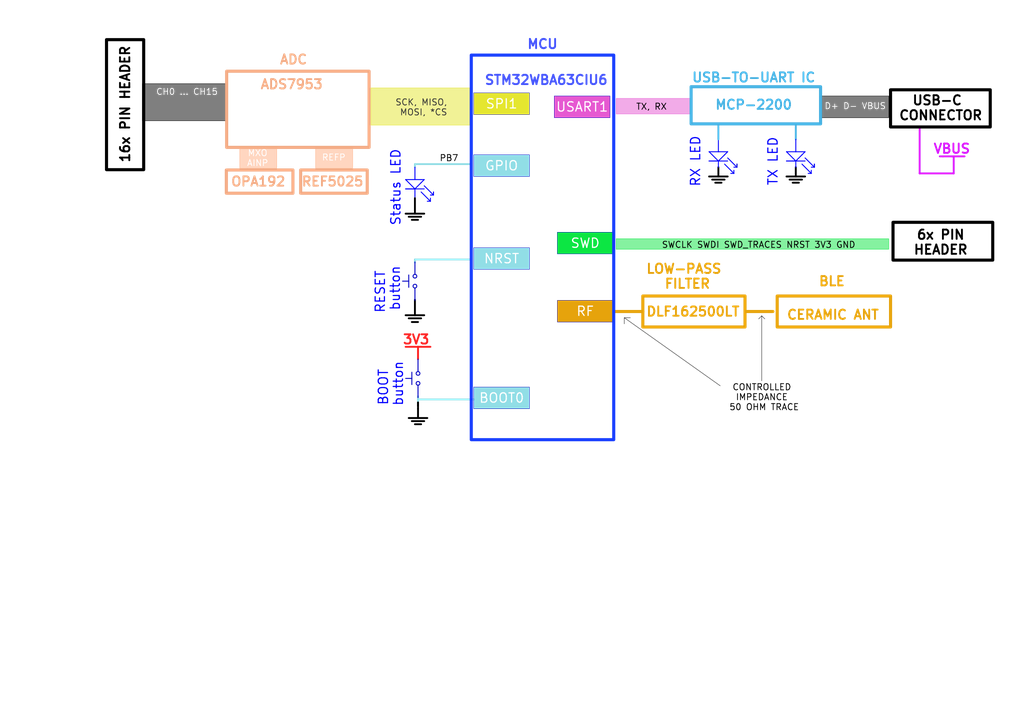
<source format=kicad_sch>
(kicad_sch
	(version 20250114)
	(generator "eeschema")
	(generator_version "9.0")
	(uuid "953b3d44-2252-4301-8968-b2704c508eaa")
	(paper "A3")
	(lib_symbols)
	(rectangle
		(start 129.413 60.706)
		(end 144.653 68.961)
		(stroke
			(width 0)
			(type solid)
			(color 255 179 139 0.54)
		)
		(fill
			(type color)
			(color 255 179 139 0.5411764706)
		)
		(uuid 05b943c5-9510-4117-8fe1-1ced92cc76a4)
	)
	(circle
		(center 170.18 113.284)
		(radius 0.762)
		(stroke
			(width 0.381)
			(type default)
		)
		(fill
			(type none)
		)
		(uuid 0bed48fd-2ef4-4d8a-9ac3-55b6a46954f9)
	)
	(rectangle
		(start 252.73 40.386)
		(end 283.464 46.736)
		(stroke
			(width 0)
			(type solid)
			(color 230 89 209 0.5)
		)
		(fill
			(type color)
			(color 230 89 209 0.5019607843)
		)
		(uuid 18180488-d80e-4e30-a222-b1220dc130b0)
	)
	(rectangle
		(start 366.268 91.186)
		(end 407.162 106.68)
		(stroke
			(width 1.27)
			(type solid)
			(color 0 0 0 1)
		)
		(fill
			(type none)
		)
		(uuid 1cf68674-8b41-4824-8b3a-15d4ab6c5f69)
	)
	(circle
		(center 171.45 153.162)
		(radius 0.762)
		(stroke
			(width 0.381)
			(type default)
		)
		(fill
			(type none)
		)
		(uuid 2936f663-8840-43b4-b4ac-d2ebeb0a0335)
	)
	(rectangle
		(start 58.42 34.29)
		(end 92.71 49.53)
		(stroke
			(width 0)
			(type solid)
			(color 0 0 0 0.5)
		)
		(fill
			(type color)
			(color 0 0 0 0.5)
		)
		(uuid 3a707abb-e75e-44c4-b226-8e078a6c5d34)
	)
	(rectangle
		(start 252.73 97.917)
		(end 364.49 102.235)
		(stroke
			(width 0)
			(type solid)
			(color 12 230 67 0.5)
		)
		(fill
			(type color)
			(color 12 230 67 0.5)
		)
		(uuid 45bf786d-c5fa-4070-b66a-bb25cdd4d3f3)
	)
	(rectangle
		(start 92.837 69.723)
		(end 120.142 79.248)
		(stroke
			(width 1.27)
			(type solid)
			(color 242 170 132 1)
		)
		(fill
			(type none)
		)
		(uuid 544c9a3a-b31d-432b-88f1-3f776f035721)
	)
	(rectangle
		(start 193.294 22.606)
		(end 251.714 180.34)
		(stroke
			(width 1.27)
			(type solid)
			(color 21 59 255 1)
		)
		(fill
			(type none)
		)
		(uuid 6eb85485-3be5-498c-9db1-d5b0dad500f7)
	)
	(rectangle
		(start 98.298 60.706)
		(end 113.538 68.961)
		(stroke
			(width 0)
			(type solid)
			(color 255 179 139 0.54)
		)
		(fill
			(type color)
			(color 255 179 139 0.5411764706)
		)
		(uuid 7d2c5759-1527-409d-a703-21a97bc80fb8)
	)
	(rectangle
		(start 336.804 39.37)
		(end 364.49 48.26)
		(stroke
			(width 0)
			(type solid)
			(color 0 0 0 0.5)
		)
		(fill
			(type color)
			(color 0 0 0 0.5)
		)
		(uuid 8f54796f-2dbc-4d47-a50d-b1a808994599)
	)
	(rectangle
		(start 263.652 121.412)
		(end 305.562 134.112)
		(stroke
			(width 1.27)
			(type solid)
			(color 230 163 12 1)
		)
		(fill
			(type none)
		)
		(uuid a41e0487-5d24-4a84-b5c4-9fc730a40b09)
	)
	(rectangle
		(start 152.146 36.068)
		(end 192.786 51.308)
		(stroke
			(width 0)
			(type solid)
			(color 229 230 47 0.5019607843)
		)
		(fill
			(type color)
			(color 229 230 47 0.5)
		)
		(uuid ad1e0854-792b-4512-8a85-bc46d2f4df63)
	)
	(rectangle
		(start 365.252 36.83)
		(end 406.146 52.07)
		(stroke
			(width 1.27)
			(type solid)
			(color 0 0 0 1)
		)
		(fill
			(type none)
		)
		(uuid b706ad93-8cac-460e-8bed-5afb17aa26f4)
	)
	(rectangle
		(start 92.964 29.21)
		(end 151.384 60.452)
		(stroke
			(width 1.27)
			(type solid)
			(color 242 170 132 1)
		)
		(fill
			(type none)
		)
		(uuid bb34c992-293e-4dd9-845a-6b5a82a072b6)
	)
	(rectangle
		(start 123.317 69.723)
		(end 150.622 79.248)
		(stroke
			(width 1.27)
			(type solid)
			(color 242 170 132 1)
		)
		(fill
			(type none)
		)
		(uuid d316608d-dabc-4b1d-809c-bd4eea605bfe)
	)
	(rectangle
		(start 43.688 16.256)
		(end 58.928 69.596)
		(stroke
			(width 1.27)
			(type solid)
			(color 0 0 0 1)
		)
		(fill
			(type none)
		)
		(uuid e0879c11-89b7-471e-8288-e05ee8b90a7c)
	)
	(rectangle
		(start 318.77 121.412)
		(end 365.252 134.112)
		(stroke
			(width 1.27)
			(type solid)
			(color 230 163 12 1)
		)
		(fill
			(type none)
		)
		(uuid e2b15a3e-1e77-42e5-b2cd-396886fcdcf5)
	)
	(rectangle
		(start 283.464 35.56)
		(end 336.55 50.8)
		(stroke
			(width 1.27)
			(type solid)
			(color 70 177 225 1)
		)
		(fill
			(type none)
		)
		(uuid e3b2ed2e-d405-45f5-8024-5e18bc7667fc)
	)
	(circle
		(center 171.45 157.226)
		(radius 0.762)
		(stroke
			(width 0.381)
			(type default)
		)
		(fill
			(type none)
		)
		(uuid e5081ff9-e95c-4f36-b852-0e168dd7b370)
	)
	(circle
		(center 170.18 117.348)
		(radius 0.762)
		(stroke
			(width 0.381)
			(type default)
		)
		(fill
			(type none)
		)
		(uuid fef7a281-3d59-4b5a-884c-20e3830db565)
	)
	(text "6x PIN\nHEADER"
		(exclude_from_sim no)
		(at 385.826 99.568 0)
		(effects
			(font
				(size 3.81 3.81)
				(thickness 0.762)
				(bold yes)
				(color 0 0 0 1)
			)
		)
		(uuid "0f9cd14e-e3c1-42b5-944e-c7b927cfa1f6")
	)
	(text "MCP-2200"
		(exclude_from_sim no)
		(at 309.118 43.18 0)
		(effects
			(font
				(size 3.81 3.81)
				(thickness 0.762)
				(bold yes)
				(color 70 177 225 1)
			)
		)
		(uuid "1868b456-6d31-41cf-855c-709894f49fb5")
	)
	(text "MXO\nAINP"
		(exclude_from_sim no)
		(at 105.664 65.024 0)
		(effects
			(font
				(size 2.54 2.54)
				(thickness 0.3175)
				(color 255 255 255 1)
			)
		)
		(uuid "2b7b281d-7883-43fc-a21f-ebc86125b484")
	)
	(text "CH0 ... CH15"
		(exclude_from_sim no)
		(at 76.708 37.846 0)
		(effects
			(font
				(size 2.54 2.54)
				(thickness 0.3175)
				(color 255 255 255 1)
			)
		)
		(uuid "2bab32f6-5bb9-464a-94bd-03a57a300834")
	)
	(text "PB7\n"
		(exclude_from_sim no)
		(at 184.15 65.024 0)
		(effects
			(font
				(size 2.54 2.54)
				(thickness 0.3175)
				(color 0 0 0 1)
			)
		)
		(uuid "374f0896-628d-4848-8ef2-6fc95f9a9d30")
	)
	(text "3V3"
		(exclude_from_sim no)
		(at 170.688 139.446 0)
		(effects
			(font
				(size 3.81 3.81)
				(thickness 0.762)
				(bold yes)
				(color 255 30 30 1)
			)
		)
		(uuid "38dae513-a774-4014-b537-9bf8533dceab")
	)
	(text "CONTROLLED \nIMPEDANCE \n50 OHM TRACE"
		(exclude_from_sim no)
		(at 313.436 163.068 0)
		(effects
			(font
				(size 2.54 2.54)
				(thickness 0.3175)
				(color 0 0 0 1)
			)
		)
		(uuid "4029efd1-fc5f-4af7-a035-5ad2278bdb10")
	)
	(text "USB-C \nCONNECTOR"
		(exclude_from_sim no)
		(at 385.826 44.45 0)
		(effects
			(font
				(size 3.81 3.81)
				(thickness 0.762)
				(bold yes)
				(color 0 0 0 1)
			)
		)
		(uuid "415dcb8d-934c-4d1f-af4a-27b3680ea0fb")
	)
	(text "RESET \nbutton"
		(exclude_from_sim no)
		(at 159.004 118.364 90)
		(effects
			(font
				(size 3.81 3.81)
				(thickness 0.4763)
				(color 2 0 255 1)
			)
		)
		(uuid "54ba92f7-6fdd-4cfa-9be8-b7bbc37633ac")
	)
	(text "16x PIN HEADER"
		(exclude_from_sim no)
		(at 51.308 42.926 90)
		(effects
			(font
				(size 3.81 3.81)
				(thickness 0.762)
				(bold yes)
				(color 0 0 0 1)
			)
		)
		(uuid "6244d4c7-07a7-4d4f-a1b9-dd001a22e0f7")
	)
	(text "SCK, MISO, \nMOSI, *CS"
		(exclude_from_sim no)
		(at 173.736 44.196 0)
		(effects
			(font
				(size 2.54 2.54)
				(thickness 0.3175)
				(color 55 55 55 1)
			)
		)
		(uuid "6834193e-bdc4-4d5f-b681-de62225aff13")
	)
	(text "TX LED"
		(exclude_from_sim no)
		(at 316.992 66.294 90)
		(effects
			(font
				(size 3.81 3.81)
				(thickness 0.4763)
				(color 2 0 255 1)
			)
		)
		(uuid "6b97f834-ff18-47c5-99b1-9af07672e9b3")
	)
	(text "REF5025"
		(exclude_from_sim no)
		(at 136.398 74.676 0)
		(effects
			(font
				(size 3.81 3.81)
				(thickness 0.762)
				(bold yes)
				(color 242 170 132 1)
			)
		)
		(uuid "74719943-2e97-4a4a-9728-3a6f31e7de56")
	)
	(text "BLE \n"
		(exclude_from_sim no)
		(at 342.646 115.57 0)
		(effects
			(font
				(size 3.81 3.81)
				(thickness 0.762)
				(bold yes)
				(color 230 163 12 1)
			)
		)
		(uuid "82b59635-c317-48a2-936f-d45261e6a347")
	)
	(text "RX LED"
		(exclude_from_sim no)
		(at 285.242 66.294 90)
		(effects
			(font
				(size 3.81 3.81)
				(thickness 0.4763)
				(color 2 0 255 1)
			)
		)
		(uuid "892c71e0-3cd7-4b94-88c3-f6cefaa236cd")
	)
	(text "SWCLK SWDI SWD_TRACES NRST 3V3 GND"
		(exclude_from_sim no)
		(at 311.15 100.584 0)
		(effects
			(font
				(size 2.54 2.54)
				(thickness 0.3175)
				(color 0 0 0 1)
			)
		)
		(uuid "8f48d81b-9d0b-4b57-82f5-7d6d65a3f98d")
	)
	(text "DLF162500LT"
		(exclude_from_sim no)
		(at 284.226 128.016 0)
		(effects
			(font
				(size 3.81 3.81)
				(thickness 0.762)
				(bold yes)
				(color 230 163 12 1)
			)
		)
		(uuid "917572fd-ed18-4d68-ba27-54aacbd043ff")
	)
	(text "OPA192"
		(exclude_from_sim no)
		(at 105.918 74.676 0)
		(effects
			(font
				(size 3.81 3.81)
				(thickness 0.762)
				(bold yes)
				(color 242 170 132 1)
			)
		)
		(uuid "9c42b9ce-6373-4123-909a-ae0ca18d8137")
	)
	(text "MCU"
		(exclude_from_sim no)
		(at 222.504 18.288 0)
		(effects
			(font
				(size 3.81 3.81)
				(thickness 0.762)
				(bold yes)
				(color 67 83 255 1)
			)
		)
		(uuid "a56d7e91-449d-427d-888a-ae830bf461e2")
	)
	(text "\n\nCERAMIC ANT\n"
		(exclude_from_sim no)
		(at 341.63 123.19 0)
		(effects
			(font
				(size 3.81 3.81)
				(thickness 0.762)
				(bold yes)
				(color 230 163 12 1)
			)
		)
		(uuid "b3ea73a6-b280-4f03-a2d8-41438e12585a")
	)
	(text "USB-TO-UART IC"
		(exclude_from_sim no)
		(at 309.118 32.004 0)
		(effects
			(font
				(size 3.81 3.81)
				(thickness 0.762)
				(bold yes)
				(color 70 177 225 1)
			)
		)
		(uuid "b71795db-12d5-409f-a23b-80e7951f6cc7")
	)
	(text "TX, RX"
		(exclude_from_sim no)
		(at 267.208 43.942 0)
		(effects
			(font
				(size 2.54 2.54)
				(thickness 0.3175)
				(color 0 0 0 1)
			)
		)
		(uuid "bfe31c3d-af58-419e-b3fc-3b13c60a1553")
	)
	(text "BOOT \nbutton"
		(exclude_from_sim no)
		(at 160.274 157.48 90)
		(effects
			(font
				(size 3.81 3.81)
				(thickness 0.4763)
				(color 2 0 255 1)
			)
		)
		(uuid "c3f99ae0-7be6-4a69-a4fe-0c880be3d4b5")
	)
	(text "D+ D- VBUS"
		(exclude_from_sim no)
		(at 350.774 43.688 0)
		(effects
			(font
				(size 2.54 2.54)
				(thickness 0.3175)
				(color 255 255 255 1)
			)
		)
		(uuid "d9ac16ab-d72c-452b-a5f2-b6616dca6ec3")
	)
	(text "ADC"
		(exclude_from_sim no)
		(at 120.396 24.638 0)
		(effects
			(font
				(size 3.81 3.81)
				(thickness 0.762)
				(bold yes)
				(color 242 170 132 1)
			)
		)
		(uuid "e0a9aace-4320-4d82-a00f-d1a559b9ea9e")
	)
	(text "VBUS"
		(exclude_from_sim no)
		(at 390.398 61.214 0)
		(effects
			(font
				(size 3.81 3.81)
				(thickness 0.762)
				(bold yes)
				(color 212 20 255 1)
			)
		)
		(uuid "e2809aa6-c6d1-4a50-b969-69b6f1086e27")
	)
	(text "STM32WBA63CIU6"
		(exclude_from_sim no)
		(at 224.028 33.02 0)
		(effects
			(font
				(size 3.81 3.81)
				(thickness 0.762)
				(bold yes)
				(color 67 83 255 1)
			)
		)
		(uuid "e2aa7ab9-ea17-40a2-b03b-22bf0ebcf3af")
	)
	(text "LOW-PASS \nFILTER"
		(exclude_from_sim no)
		(at 281.94 113.538 0)
		(effects
			(font
				(size 3.81 3.81)
				(thickness 0.762)
				(bold yes)
				(color 230 163 12 1)
			)
		)
		(uuid "e83031ab-d7dc-4c26-86d9-1db5d878cbde")
	)
	(text "REFP"
		(exclude_from_sim no)
		(at 136.906 64.77 0)
		(effects
			(font
				(size 2.54 2.54)
				(thickness 0.3175)
				(color 255 255 255 1)
			)
		)
		(uuid "e940ef94-c260-4c5d-8d16-fe526bcfc9a0")
	)
	(text "Status LED"
		(exclude_from_sim no)
		(at 162.306 76.962 90)
		(effects
			(font
				(size 3.81 3.81)
				(thickness 0.4763)
				(color 2 0 255 1)
			)
		)
		(uuid "f2d1a0b3-a588-4e50-94f2-8a1e3815856c")
	)
	(text "ADS7953"
		(exclude_from_sim no)
		(at 119.634 34.798 0)
		(effects
			(font
				(size 3.81 3.81)
				(thickness 0.762)
				(bold yes)
				(color 242 170 132 1)
			)
		)
		(uuid "f69d30d4-00c4-4172-a2cb-6d8b7e2575e0")
	)
	(text_box "SWD"
		(exclude_from_sim no)
		(at 228.6 95.25 0)
		(size 22.86 8.89)
		(margins 0.9525 0.9525 0.9525 0.9525)
		(stroke
			(width 0)
			(type solid)
		)
		(fill
			(type color)
			(color 12 230 67 1)
		)
		(effects
			(font
				(size 3.81 3.81)
				(thickness 0.4763)
				(color 255 255 255 1)
			)
		)
		(uuid "2f34631c-003a-4524-8b58-5af522d85ee0")
	)
	(text_box "RF"
		(exclude_from_sim no)
		(at 228.6 123.19 0)
		(size 22.86 8.89)
		(margins 0.9525 0.9525 0.9525 0.9525)
		(stroke
			(width 0)
			(type solid)
		)
		(fill
			(type color)
			(color 230 163 12 1)
		)
		(effects
			(font
				(size 3.81 3.81)
				(thickness 0.4763)
				(color 255 255 255 1)
			)
		)
		(uuid "600826f9-9194-40e5-ba5c-2903321fe76e")
	)
	(text_box "SPI1"
		(exclude_from_sim no)
		(at 194.31 38.1 0)
		(size 22.86 8.89)
		(margins 0.9525 0.9525 0.9525 0.9525)
		(stroke
			(width 0)
			(type solid)
		)
		(fill
			(type color)
			(color 229 230 47 1)
		)
		(effects
			(font
				(size 3.81 3.81)
				(thickness 0.4763)
				(color 255 255 255 1)
			)
		)
		(uuid "6a085e96-29ea-4179-a75c-bd0bd80d1268")
	)
	(text_box "GPIO"
		(exclude_from_sim no)
		(at 194.31 63.5 0)
		(size 22.86 8.89)
		(margins 0.9525 0.9525 0.9525 0.9525)
		(stroke
			(width 0)
			(type solid)
		)
		(fill
			(type color)
			(color 145 222 230 1)
		)
		(effects
			(font
				(size 3.81 3.81)
				(thickness 0.4763)
				(color 255 255 255 1)
			)
		)
		(uuid "6e74f86a-0c73-4700-b262-174974e0aac6")
	)
	(text_box "BOOT0"
		(exclude_from_sim no)
		(at 194.31 158.75 0)
		(size 22.86 8.89)
		(margins 0.9525 0.9525 0.9525 0.9525)
		(stroke
			(width 0)
			(type solid)
		)
		(fill
			(type color)
			(color 145 222 230 1)
		)
		(effects
			(font
				(size 3.81 3.81)
				(thickness 0.4763)
				(color 255 255 255 1)
			)
		)
		(uuid "862930fa-e5b8-490c-9eb1-7848ad48b03d")
	)
	(text_box "USART1"
		(exclude_from_sim no)
		(at 227.33 39.37 0)
		(size 22.86 8.89)
		(margins 0.9525 0.9525 0.9525 0.9525)
		(stroke
			(width 0)
			(type solid)
		)
		(fill
			(type color)
			(color 230 89 209 1)
		)
		(effects
			(font
				(size 3.81 3.81)
				(thickness 0.4763)
				(color 255 255 255 1)
			)
		)
		(uuid "97c00ad2-eeeb-4f4e-a8f2-dacb7a33d92f")
	)
	(text_box "NRST"
		(exclude_from_sim no)
		(at 194.31 101.6 0)
		(size 22.86 8.89)
		(margins 0.9525 0.9525 0.9525 0.9525)
		(stroke
			(width 0)
			(type solid)
		)
		(fill
			(type color)
			(color 145 222 230 1)
		)
		(effects
			(font
				(size 3.81 3.81)
				(thickness 0.4763)
				(color 255 255 255 1)
			)
		)
		(uuid "ab78fe6d-7285-4b2a-9bb1-d9ac720de9f7")
	)
	(polyline
		(pts
			(xy 166.37 142.24) (xy 176.53 142.24)
		)
		(stroke
			(width 0.762)
			(type default)
			(color 255 30 30 1)
		)
		(uuid "033a2090-28bf-4df7-a910-b56ce1bc640a")
	)
	(polyline
		(pts
			(xy 167.64 117.856) (xy 167.64 112.776)
		)
		(stroke
			(width 0.381)
			(type default)
		)
		(uuid "080b5e8b-d498-43f9-9723-8a992b324244")
	)
	(polyline
		(pts
			(xy 326.39 62.23) (xy 330.2 62.23)
		)
		(stroke
			(width 0.381)
			(type solid)
			(color 2 0 255 1)
		)
		(uuid "0fe7eb09-aaf0-4a10-b5ed-c3d5bec6cfd3")
	)
	(polyline
		(pts
			(xy 334.01 67.31) (xy 334.01 68.58)
		)
		(stroke
			(width 0.381)
			(type solid)
			(color 2 0 255 1)
		)
		(uuid "12ec585a-f9f5-4547-b5e8-01c02d1b7c4a")
	)
	(polyline
		(pts
			(xy 294.64 66.04) (xy 294.64 68.58)
		)
		(stroke
			(width 0.381)
			(type solid)
			(color 2 0 255 1)
		)
		(uuid "1349c7ae-ef26-4ed7-95ec-34dfaca731f5")
	)
	(polyline
		(pts
			(xy 175.26 82.55) (xy 176.53 82.55)
		)
		(stroke
			(width 0.381)
			(type solid)
			(color 2 0 255 1)
		)
		(uuid "17858ab0-8752-4869-be27-1daef4542634")
	)
	(polyline
		(pts
			(xy 170.18 112.522) (xy 170.18 107.442)
		)
		(stroke
			(width 0.381)
			(type default)
		)
		(uuid "1df8cfeb-1b18-4437-82ac-4e11043fb9aa")
	)
	(polyline
		(pts
			(xy 176.53 80.01) (xy 177.8 80.01)
		)
		(stroke
			(width 0.381)
			(type solid)
			(color 2 0 255 1)
		)
		(uuid "1ec714d2-3596-4604-bb92-10126acfaa34")
	)
	(polyline
		(pts
			(xy 170.18 173.99) (xy 172.72 173.99)
		)
		(stroke
			(width 0.762)
			(type default)
			(color 0 0 0 1)
		)
		(uuid "1f61d522-b5e2-4c44-be97-fe155d2a75f6")
	)
	(polyline
		(pts
			(xy 326.39 66.04) (xy 322.58 62.23)
		)
		(stroke
			(width 0.381)
			(type solid)
			(color 2 0 255 1)
		)
		(uuid "214ead9f-bc2d-4da9-978e-0a5988c5140b")
	)
	(polyline
		(pts
			(xy 322.58 66.04) (xy 330.2 66.04)
		)
		(stroke
			(width 0.381)
			(type solid)
			(color 2 0 255 1)
		)
		(uuid "2965f548-8e74-4401-8765-ef6fac5a365a")
	)
	(polyline
		(pts
			(xy 170.18 77.47) (xy 172.72 74.93)
		)
		(stroke
			(width 0.381)
			(type solid)
			(color 2 0 255 1)
		)
		(uuid "2a18c7a4-cee3-4a28-8908-e96bd10ffce4")
	)
	(polyline
		(pts
			(xy 193.04 67.31) (xy 170.18 67.31)
		)
		(stroke
			(width 0.762)
			(type default)
			(color 145 222 230 1)
		)
		(uuid "2a5bbd7b-e4d0-48fd-b32e-a09b6bd7676a")
	)
	(polyline
		(pts
			(xy 312.42 156.21) (xy 312.42 129.54)
		)
		(stroke
			(width 0)
			(type default)
			(color 0 0 0 1)
		)
		(uuid "3191489d-566a-4cd5-b965-c2e4dfab3f94")
	)
	(polyline
		(pts
			(xy 300.99 69.85) (xy 300.99 71.12)
		)
		(stroke
			(width 0.381)
			(type solid)
			(color 2 0 255 1)
		)
		(uuid "31aeb45e-550a-4a60-8145-a251a7323407")
	)
	(polyline
		(pts
			(xy 294.64 68.58) (xy 294.64 72.39)
		)
		(stroke
			(width 0.762)
			(type default)
			(color 0 0 0 1)
		)
		(uuid "36233806-94ab-462d-9ab6-60c6f6be731e")
	)
	(polyline
		(pts
			(xy 171.45 163.83) (xy 194.31 163.83)
		)
		(stroke
			(width 0.762)
			(type default)
			(color 145 222 230 1)
		)
		(uuid "3640752b-70f3-41df-bae4-a04f2ace4e3c")
	)
	(polyline
		(pts
			(xy 166.37 77.47) (xy 170.18 77.47)
		)
		(stroke
			(width 0.381)
			(type solid)
			(color 2 0 255 1)
		)
		(uuid "3793c4ee-ee74-44f6-9a21-fb66757a9705")
	)
	(polyline
		(pts
			(xy 323.85 73.66) (xy 328.93 73.66)
		)
		(stroke
			(width 0.762)
			(type default)
			(color 0 0 0 1)
		)
		(uuid "38d306d7-e355-4614-a23e-d5f2ab91b705")
	)
	(polyline
		(pts
			(xy 326.39 66.04) (xy 328.93 63.5)
		)
		(stroke
			(width 0.381)
			(type solid)
			(color 2 0 255 1)
		)
		(uuid "3902fd1e-afd3-4487-b92a-3ad0477b656d")
	)
	(polyline
		(pts
			(xy 302.26 67.31) (xy 302.26 68.58)
		)
		(stroke
			(width 0.381)
			(type solid)
			(color 2 0 255 1)
		)
		(uuid "394a219d-0021-4a93-87e3-54bb95511713")
	)
	(polyline
		(pts
			(xy 256.032 130.302) (xy 295.402 158.242)
		)
		(stroke
			(width 0)
			(type default)
			(color 0 0 0 1)
		)
		(uuid "39b1fd1e-f460-4c15-bce9-be4005fcc8c8")
	)
	(polyline
		(pts
			(xy 165.1 115.316) (xy 167.64 115.316)
		)
		(stroke
			(width 0.381)
			(type default)
		)
		(uuid "3a6f3424-8852-4ce4-8196-c7142e1586d4")
	)
	(polyline
		(pts
			(xy 328.93 67.31) (xy 332.74 71.12)
		)
		(stroke
			(width 0.381)
			(type solid)
			(color 2 0 255 1)
		)
		(uuid "3bcbfa2e-cd2e-4dfe-a161-d4a9b6777382")
	)
	(polyline
		(pts
			(xy 377.19 52.07) (xy 377.19 71.12)
		)
		(stroke
			(width 0.762)
			(type default)
			(color 212 20 255 1)
		)
		(uuid "3ca2b41a-9de3-485c-bcb4-c4aa9e0967e4")
	)
	(polyline
		(pts
			(xy 256.032 130.302) (xy 258.572 130.302)
		)
		(stroke
			(width 0)
			(type default)
			(color 0 0 0 1)
		)
		(uuid "44603e8e-f781-43f7-a98f-25b632cbb2cf")
	)
	(polyline
		(pts
			(xy 377.19 71.12) (xy 391.16 71.12)
		)
		(stroke
			(width 0.762)
			(type default)
			(color 212 20 255 1)
		)
		(uuid "47fc32d8-29e1-49f8-9de0-1c95694d8ad1")
	)
	(polyline
		(pts
			(xy 171.45 162.56) (xy 171.45 163.83)
		)
		(stroke
			(width 0.762)
			(type default)
			(color 145 222 230 1)
		)
		(uuid "4b423618-0c4c-4820-9752-406eb2c52a13")
	)
	(polyline
		(pts
			(xy 331.47 71.12) (xy 332.74 71.12)
		)
		(stroke
			(width 0.381)
			(type solid)
			(color 2 0 255 1)
		)
		(uuid "4d742bfe-b45f-45cf-89b8-dee397b4b616")
	)
	(polyline
		(pts
			(xy 294.64 50.8) (xy 294.64 57.15)
		)
		(stroke
			(width 0.762)
			(type default)
			(color 70 177 225 1)
		)
		(uuid "4e4276a6-d991-44e7-ad04-b4daa893457c")
	)
	(polyline
		(pts
			(xy 173.99 76.2) (xy 177.8 80.01)
		)
		(stroke
			(width 0.381)
			(type solid)
			(color 2 0 255 1)
		)
		(uuid "4e4dc86c-0d54-490b-b1c1-85e6305c371a")
	)
	(polyline
		(pts
			(xy 171.45 165.1) (xy 171.45 166.37)
		)
		(stroke
			(width 0.762)
			(type default)
			(color 0 0 0 1)
		)
		(uuid "4ee19512-a053-4859-8578-a02ad0457127")
	)
	(polyline
		(pts
			(xy 168.91 90.17) (xy 171.45 90.17)
		)
		(stroke
			(width 0.762)
			(type default)
			(color 0 0 0 1)
		)
		(uuid "4ffa1979-cdde-4db3-8bcb-17c9b9dc5431")
	)
	(polyline
		(pts
			(xy 167.64 130.556) (xy 172.72 130.556)
		)
		(stroke
			(width 0.762)
			(type default)
			(color 0 0 0 1)
		)
		(uuid "515f9589-327d-47fc-820b-4ffb81f005f0")
	)
	(polyline
		(pts
			(xy 326.39 50.8) (xy 326.39 57.15)
		)
		(stroke
			(width 0.762)
			(type default)
			(color 70 177 225 1)
		)
		(uuid "533082f3-eab2-4417-b5dd-df4c5bdaa9b7")
	)
	(polyline
		(pts
			(xy 290.83 72.39) (xy 298.45 72.39)
		)
		(stroke
			(width 0.762)
			(type default)
			(color 0 0 0 1)
		)
		(uuid "56d709b4-12dc-4640-83a8-fefef241e4fc")
	)
	(polyline
		(pts
			(xy 170.18 77.47) (xy 166.37 73.66)
		)
		(stroke
			(width 0.381)
			(type solid)
			(color 2 0 255 1)
		)
		(uuid "5706492f-6337-4abd-beff-436c5e8c7abe")
	)
	(polyline
		(pts
			(xy 177.8 78.74) (xy 177.8 80.01)
		)
		(stroke
			(width 0.381)
			(type solid)
		)
		(uuid "58c6cd80-22b1-41fb-a460-58a08a6fdb64")
	)
	(polyline
		(pts
			(xy 170.18 106.426) (xy 170.18 107.696)
		)
		(stroke
			(width 0.762)
			(type default)
			(color 145 222 230 1)
		)
		(uuid "5a6d1dc9-b37f-46ba-80ad-0c80bdc9067d")
	)
	(polyline
		(pts
			(xy 298.45 64.77) (xy 302.26 68.58)
		)
		(stroke
			(width 0.381)
			(type solid)
			(color 2 0 255 1)
		)
		(uuid "5aa8ad9a-4dc4-4f30-b33f-9cf49b1edebb")
	)
	(polyline
		(pts
			(xy 391.16 71.12) (xy 391.16 64.135)
		)
		(stroke
			(width 0.762)
			(type default)
			(color 212 20 255 1)
		)
		(uuid "604d6e98-4829-4271-9400-5cf3e7396581")
	)
	(polyline
		(pts
			(xy 332.74 68.58) (xy 334.01 68.58)
		)
		(stroke
			(width 0.381)
			(type solid)
			(color 2 0 255 1)
		)
		(uuid "613595ec-8820-487c-b603-578edaee2d51")
	)
	(polyline
		(pts
			(xy 332.74 69.85) (xy 332.74 71.12)
		)
		(stroke
			(width 0.381)
			(type solid)
			(color 2 0 255 1)
		)
		(uuid "62a75e4c-ae61-4a69-b7a7-dc954ccae588")
	)
	(polyline
		(pts
			(xy 171.45 147.32) (xy 171.45 142.24)
		)
		(stroke
			(width 0.762)
			(type default)
			(color 255 30 30 1)
		)
		(uuid "66dd000a-27dd-48a1-b491-c8b7c4c7f88e")
	)
	(polyline
		(pts
			(xy 290.83 62.23) (xy 294.64 62.23)
		)
		(stroke
			(width 0.381)
			(type solid)
			(color 2 0 255 1)
		)
		(uuid "6786af45-845f-4dc8-8f9a-d8db7750f23b")
	)
	(polyline
		(pts
			(xy 171.45 163.83) (xy 171.45 165.1)
		)
		(stroke
			(width 0.762)
			(type default)
			(color 145 222 230 1)
		)
		(uuid "67fe9eef-efd8-41d1-a3c6-42dfd82e1b19")
	)
	(polyline
		(pts
			(xy 294.64 57.15) (xy 294.64 62.23)
		)
		(stroke
			(width 0.381)
			(type solid)
			(color 2 0 255 1)
		)
		(uuid "6bd47f6e-7ae9-47f0-989e-13f958a1676c")
	)
	(polyline
		(pts
			(xy 322.58 66.04) (xy 326.39 66.04)
		)
		(stroke
			(width 0.381)
			(type solid)
			(color 2 0 255 1)
		)
		(uuid "6d4d75c5-ebd2-4607-b72d-9e2c7b13ac5b")
	)
	(polyline
		(pts
			(xy 297.18 67.31) (xy 300.99 71.12)
		)
		(stroke
			(width 0.381)
			(type solid)
			(color 2 0 255 1)
		)
		(uuid "6f1bedf6-bbb7-49d0-b8cb-9b87144d63e6")
	)
	(polyline
		(pts
			(xy 168.91 172.72) (xy 173.99 172.72)
		)
		(stroke
			(width 0.762)
			(type default)
			(color 0 0 0 1)
		)
		(uuid "6f646c93-ebae-45a9-8715-6a27ec9ef45b")
	)
	(polyline
		(pts
			(xy 328.93 63.5) (xy 330.2 62.23)
		)
		(stroke
			(width 0.381)
			(type solid)
			(color 2 0 255 1)
		)
		(uuid "746c0aa4-93b9-4456-9760-7d70e03cae02")
	)
	(polyline
		(pts
			(xy 172.72 74.93) (xy 173.99 73.66)
		)
		(stroke
			(width 0.381)
			(type solid)
			(color 2 0 255 1)
		)
		(uuid "79f9ae02-ee29-420d-8d6f-e65c22754b38")
	)
	(polyline
		(pts
			(xy 390.525 64.135) (xy 395.605 64.135)
		)
		(stroke
			(width 0.762)
			(type default)
			(color 212 20 255 1)
		)
		(uuid "7ab065bf-1520-49de-8f9f-f8987f185a25")
	)
	(polyline
		(pts
			(xy 292.1 73.66) (xy 297.18 73.66)
		)
		(stroke
			(width 0.762)
			(type default)
			(color 0 0 0 1)
		)
		(uuid "7e4c96db-8c28-42a3-b8d6-685b45673d55")
	)
	(polyline
		(pts
			(xy 252.222 127.762) (xy 263.652 127.762)
		)
		(stroke
			(width 1.27)
			(type solid)
			(color 230 163 12 1)
		)
		(uuid "82db72ee-ab8b-4680-b79c-69895ddd17d9")
	)
	(polyline
		(pts
			(xy 168.91 132.08) (xy 171.45 132.08)
		)
		(stroke
			(width 0.762)
			(type default)
			(color 0 0 0 1)
		)
		(uuid "845a5290-50c5-4d2e-85cf-acebfb8e3fd1")
	)
	(polyline
		(pts
			(xy 176.53 81.28) (xy 176.53 82.55)
		)
		(stroke
			(width 0.381)
			(type solid)
			(color 2 0 255 1)
		)
		(uuid "86cde0f4-a75a-47d2-9315-be45a8563757")
	)
	(polyline
		(pts
			(xy 297.18 63.5) (xy 298.45 62.23)
		)
		(stroke
			(width 0.381)
			(type solid)
			(color 2 0 255 1)
		)
		(uuid "878817c7-25f6-4e9a-a437-b0e8ad662e62")
	)
	(polyline
		(pts
			(xy 385.445 64.135) (xy 386.715 64.135)
		)
		(stroke
			(width 0.762)
			(type default)
			(color 212 20 255 1)
		)
		(uuid "89a4f0d3-f2b2-4f0e-91c5-e991f20151e4")
	)
	(polyline
		(pts
			(xy 166.37 155.194) (xy 168.91 155.194)
		)
		(stroke
			(width 0.381)
			(type default)
		)
		(uuid "8a8d76ed-b872-4e2c-8ba2-8ac8858f6b37")
	)
	(polyline
		(pts
			(xy 170.18 81.28) (xy 170.18 87.63)
		)
		(stroke
			(width 0.762)
			(type default)
			(color 0 0 0 1)
		)
		(uuid "8b4802a4-d854-4b61-a95b-771d679e2f17")
	)
	(polyline
		(pts
			(xy 171.45 166.37) (xy 171.45 165.1)
		)
		(stroke
			(width 0.762)
			(type default)
			(color 0 0 0 1)
		)
		(uuid "8bb6cb9c-bd49-4422-86f4-5a060397828b")
	)
	(polyline
		(pts
			(xy 177.8 78.74) (xy 177.8 80.01)
		)
		(stroke
			(width 0.381)
			(type solid)
			(color 2 0 255 1)
		)
		(uuid "8c8e077b-c8cf-4df7-a0d6-75ad4522b8b9")
	)
	(polyline
		(pts
			(xy 322.58 62.23) (xy 326.39 62.23)
		)
		(stroke
			(width 0.381)
			(type solid)
			(color 2 0 255 1)
		)
		(uuid "9cb18a58-d6cc-47ad-90da-5c999b9675f6")
	)
	(polyline
		(pts
			(xy 172.72 78.74) (xy 176.53 82.55)
		)
		(stroke
			(width 0.381)
			(type solid)
			(color 2 0 255 1)
		)
		(uuid "9dc23664-3b82-4a5a-a808-23b9db7f822a")
	)
	(polyline
		(pts
			(xy 168.91 157.734) (xy 168.91 152.654)
		)
		(stroke
			(width 0.381)
			(type default)
		)
		(uuid "a27e6877-cc35-47bf-885d-72e14b228c5d")
	)
	(polyline
		(pts
			(xy 171.45 167.64) (xy 171.45 171.45)
		)
		(stroke
			(width 0.762)
			(type default)
			(color 0 0 0 1)
		)
		(uuid "a40290b4-0275-4be0-8dd2-df241ed84134")
	)
	(polyline
		(pts
			(xy 166.37 73.66) (xy 170.18 73.66)
		)
		(stroke
			(width 0.381)
			(type solid)
			(color 2 0 255 1)
		)
		(uuid "aabb9cd8-6ff3-4bbc-80c5-7e3096315636")
	)
	(polyline
		(pts
			(xy 171.45 152.4) (xy 171.45 147.32)
		)
		(stroke
			(width 0.381)
			(type default)
		)
		(uuid "ad4d588f-4175-471e-8bb3-e92f05772081")
	)
	(polyline
		(pts
			(xy 311.15 130.81) (xy 312.42 129.54)
		)
		(stroke
			(width 0)
			(type default)
			(color 0 0 0 1)
		)
		(uuid "ae49a59e-fed0-4e91-a350-7526b7797e8e")
	)
	(polyline
		(pts
			(xy 166.37 87.63) (xy 173.99 87.63)
		)
		(stroke
			(width 0.762)
			(type default)
			(color 0 0 0 1)
		)
		(uuid "b2e74059-3ec6-473f-b5f5-5bf53b6fc498")
	)
	(polyline
		(pts
			(xy 294.64 62.23) (xy 298.45 62.23)
		)
		(stroke
			(width 0.381)
			(type solid)
			(color 2 0 255 1)
		)
		(uuid "b4ac90f9-813f-4e17-8e2c-8025f9601241")
	)
	(polyline
		(pts
			(xy 305.562 127.762) (xy 316.992 127.762)
		)
		(stroke
			(width 1.27)
			(type solid)
			(color 230 163 12 1)
		)
		(uuid "b59a269e-ddb1-4e13-bd57-efc3e9155f94")
	)
	(polyline
		(pts
			(xy 170.18 122.936) (xy 170.18 129.286)
		)
		(stroke
			(width 0.762)
			(type default)
			(color 0 0 0 1)
		)
		(uuid "b5d87bf7-da1d-43b1-8bd8-61e4c1890a64")
	)
	(polyline
		(pts
			(xy 167.64 88.9) (xy 172.72 88.9)
		)
		(stroke
			(width 0.762)
			(type default)
			(color 0 0 0 1)
		)
		(uuid "be2e431e-aed5-4d4a-bade-87399964781b")
	)
	(polyline
		(pts
			(xy 326.39 68.58) (xy 326.39 72.39)
		)
		(stroke
			(width 0.762)
			(type default)
			(color 0 0 0 1)
		)
		(uuid "c0d37704-5673-4ded-aa2e-270c2c54f221")
	)
	(polyline
		(pts
			(xy 290.83 66.04) (xy 294.64 66.04)
		)
		(stroke
			(width 0.381)
			(type solid)
			(color 2 0 255 1)
		)
		(uuid "c19d60e4-c38b-4e9a-88f3-ad9be027c338")
	)
	(polyline
		(pts
			(xy 171.45 166.37) (xy 171.45 167.64)
		)
		(stroke
			(width 0.762)
			(type default)
			(color 0 0 0 1)
		)
		(uuid "c205ff28-9e1c-4a1f-91c5-94643fb8d229")
	)
	(polyline
		(pts
			(xy 290.83 66.04) (xy 298.45 66.04)
		)
		(stroke
			(width 0.381)
			(type solid)
			(color 2 0 255 1)
		)
		(uuid "c43a61e2-aa6b-4e05-aa06-815a4046989f")
	)
	(polyline
		(pts
			(xy 170.18 106.426) (xy 193.04 106.426)
		)
		(stroke
			(width 0.762)
			(type default)
			(color 145 222 230 1)
		)
		(uuid "c9baa52f-b0c9-4bed-99c2-88e2843e3ab1")
	)
	(polyline
		(pts
			(xy 166.37 77.47) (xy 173.99 77.47)
		)
		(stroke
			(width 0.381)
			(type solid)
			(color 2 0 255 1)
		)
		(uuid "ca80a085-454a-469d-bbac-4263fb8ec9c7")
	)
	(polyline
		(pts
			(xy 326.39 57.15) (xy 326.39 62.23)
		)
		(stroke
			(width 0.381)
			(type solid)
			(color 2 0 255 1)
		)
		(uuid "caf5b7e5-2b77-45cf-8e68-17783eb2c4fc")
	)
	(polyline
		(pts
			(xy 326.39 66.04) (xy 326.39 68.58)
		)
		(stroke
			(width 0.381)
			(type solid)
			(color 2 0 255 1)
		)
		(uuid "cedefabf-61db-4801-bbba-98b26f69da9d")
	)
	(polyline
		(pts
			(xy 166.37 129.286) (xy 173.99 129.286)
		)
		(stroke
			(width 0.762)
			(type default)
			(color 0 0 0 1)
		)
		(uuid "cf882cff-5855-445e-bfdf-858ce1c6abb9")
	)
	(polyline
		(pts
			(xy 294.64 66.04) (xy 297.18 63.5)
		)
		(stroke
			(width 0.381)
			(type solid)
			(color 2 0 255 1)
		)
		(uuid "d274c571-1ea2-4e3a-ae91-18e6ffc28180")
	)
	(polyline
		(pts
			(xy 300.99 68.58) (xy 302.26 68.58)
		)
		(stroke
			(width 0.381)
			(type solid)
			(color 2 0 255 1)
		)
		(uuid "d4a2e1b3-7323-4f09-92d9-3b4f96f4880c")
	)
	(polyline
		(pts
			(xy 167.64 171.45) (xy 175.26 171.45)
		)
		(stroke
			(width 0.762)
			(type default)
			(color 0 0 0 1)
		)
		(uuid "d526572d-3f31-49af-b339-14f8a7bcf593")
	)
	(polyline
		(pts
			(xy 386.715 64.135) (xy 390.525 64.135)
		)
		(stroke
			(width 0.762)
			(type default)
			(color 212 20 255 1)
		)
		(uuid "d56b174b-ce03-4ba5-8a7c-77bc867860c0")
	)
	(polyline
		(pts
			(xy 330.2 64.77) (xy 334.01 68.58)
		)
		(stroke
			(width 0.381)
			(type solid)
			(color 2 0 255 1)
		)
		(uuid "dd7dd68d-4815-49e0-9b3c-6cc978c241c5")
	)
	(polyline
		(pts
			(xy 293.37 74.93) (xy 295.91 74.93)
		)
		(stroke
			(width 0.762)
			(type default)
			(color 0 0 0 1)
		)
		(uuid "e1a753b0-0a44-4cab-86c0-eb05b7283fb0")
	)
	(polyline
		(pts
			(xy 170.18 77.47) (xy 170.18 81.28)
		)
		(stroke
			(width 0.381)
			(type solid)
			(color 2 0 255 1)
		)
		(uuid "e4a58524-309d-4af5-8f32-15eb735b1d60")
	)
	(polyline
		(pts
			(xy 313.69 130.81) (xy 312.42 129.54)
		)
		(stroke
			(width 0)
			(type default)
			(color 0 0 0 1)
		)
		(uuid "e70e1a9f-8a4a-4272-b827-0a6abecbef63")
	)
	(polyline
		(pts
			(xy 334.01 67.31) (xy 334.01 68.58)
		)
		(stroke
			(width 0.381)
			(type solid)
		)
		(uuid "e78a63a4-3c29-42cf-a93a-39a787519a63")
	)
	(polyline
		(pts
			(xy 325.12 74.93) (xy 327.66 74.93)
		)
		(stroke
			(width 0.762)
			(type default)
			(color 0 0 0 1)
		)
		(uuid "e8987740-fc07-44aa-a551-3b7997441bc4")
	)
	(polyline
		(pts
			(xy 170.18 73.66) (xy 173.99 73.66)
		)
		(stroke
			(width 0.381)
			(type solid)
			(color 2 0 255 1)
		)
		(uuid "e946572a-1823-49fb-badc-4a54adb603db")
	)
	(polyline
		(pts
			(xy 322.58 72.39) (xy 330.2 72.39)
		)
		(stroke
			(width 0.762)
			(type default)
			(color 0 0 0 1)
		)
		(uuid "e9d3e608-a6f5-43b3-853f-1250652f8329")
	)
	(polyline
		(pts
			(xy 170.18 123.19) (xy 170.18 118.11)
		)
		(stroke
			(width 0.381)
			(type default)
		)
		(uuid "ec1c43b1-03e5-4bf1-99bd-2e39f0b4d1ee")
	)
	(polyline
		(pts
			(xy 171.45 163.068) (xy 171.45 157.988)
		)
		(stroke
			(width 0.381)
			(type default)
		)
		(uuid "f17d5d67-42de-45df-bdd5-6043faa25836")
	)
	(polyline
		(pts
			(xy 302.26 67.31) (xy 302.26 68.58)
		)
		(stroke
			(width 0.381)
			(type solid)
		)
		(uuid "f3bc3e08-85a0-41d5-93c7-eea0af7682e0")
	)
	(polyline
		(pts
			(xy 256.032 130.302) (xy 256.032 132.842)
		)
		(stroke
			(width 0)
			(type default)
			(color 0 0 0 1)
		)
		(uuid "f741ddfa-ccb6-40c5-9f71-81a6af117a7d")
	)
	(polyline
		(pts
			(xy 299.72 71.12) (xy 300.99 71.12)
		)
		(stroke
			(width 0.381)
			(type solid)
			(color 2 0 255 1)
		)
		(uuid "fbdfdada-a080-4711-96ba-8a6089251ce4")
	)
	(polyline
		(pts
			(xy 294.64 66.04) (xy 290.83 62.23)
		)
		(stroke
			(width 0.381)
			(type solid)
			(color 2 0 255 1)
		)
		(uuid "fdf58a2c-35ef-48b7-92e4-878a0e090a69")
	)
	(polyline
		(pts
			(xy 170.18 67.31) (xy 170.18 68.58)
		)
		(stroke
			(width 0.762)
			(type default)
			(color 145 222 230 1)
		)
		(uuid "ff15a374-f178-479e-a9af-02ed80b721a1")
	)
	(polyline
		(pts
			(xy 170.18 68.58) (xy 170.18 73.66)
		)
		(stroke
			(width 0.381)
			(type solid)
			(color 2 0 255 1)
		)
		(uuid "ff4ecf5d-4075-41e9-91b2-aaae2863e5bd")
	)
)

</source>
